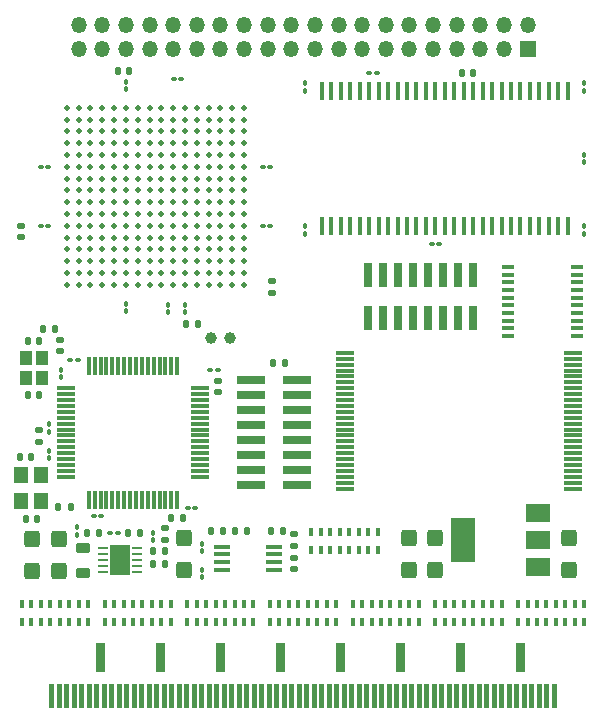
<source format=gbr>
%TF.GenerationSoftware,KiCad,Pcbnew,7.0.10*%
%TF.CreationDate,2024-03-26T21:26:04+03:00*%
%TF.ProjectId,com_1300,636f6d5f-3133-4303-902e-6b696361645f,rev?*%
%TF.SameCoordinates,Original*%
%TF.FileFunction,Soldermask,Top*%
%TF.FilePolarity,Negative*%
%FSLAX46Y46*%
G04 Gerber Fmt 4.6, Leading zero omitted, Abs format (unit mm)*
G04 Created by KiCad (PCBNEW 7.0.10) date 2024-03-26 21:26:04*
%MOMM*%
%LPD*%
G01*
G04 APERTURE LIST*
G04 Aperture macros list*
%AMRoundRect*
0 Rectangle with rounded corners*
0 $1 Rounding radius*
0 $2 $3 $4 $5 $6 $7 $8 $9 X,Y pos of 4 corners*
0 Add a 4 corners polygon primitive as box body*
4,1,4,$2,$3,$4,$5,$6,$7,$8,$9,$2,$3,0*
0 Add four circle primitives for the rounded corners*
1,1,$1+$1,$2,$3*
1,1,$1+$1,$4,$5*
1,1,$1+$1,$6,$7*
1,1,$1+$1,$8,$9*
0 Add four rect primitives between the rounded corners*
20,1,$1+$1,$2,$3,$4,$5,0*
20,1,$1+$1,$4,$5,$6,$7,0*
20,1,$1+$1,$6,$7,$8,$9,0*
20,1,$1+$1,$8,$9,$2,$3,0*%
G04 Aperture macros list end*
%ADD10RoundRect,0.100000X-0.100000X0.130000X-0.100000X-0.130000X0.100000X-0.130000X0.100000X0.130000X0*%
%ADD11RoundRect,0.100000X0.100000X-0.130000X0.100000X0.130000X-0.100000X0.130000X-0.100000X-0.130000X0*%
%ADD12RoundRect,0.100000X0.130000X0.100000X-0.130000X0.100000X-0.130000X-0.100000X0.130000X-0.100000X0*%
%ADD13R,0.458000X1.510000*%
%ADD14RoundRect,0.100000X-0.130000X-0.100000X0.130000X-0.100000X0.130000X0.100000X-0.130000X0.100000X0*%
%ADD15RoundRect,0.250000X-0.425000X0.450000X-0.425000X-0.450000X0.425000X-0.450000X0.425000X0.450000X0*%
%ADD16R,1.450000X0.450000*%
%ADD17R,0.400000X2.000000*%
%ADD18RoundRect,0.135000X0.135000X0.185000X-0.135000X0.185000X-0.135000X-0.185000X0.135000X-0.185000X0*%
%ADD19RoundRect,0.140000X-0.140000X-0.170000X0.140000X-0.170000X0.140000X0.170000X-0.140000X0.170000X0*%
%ADD20RoundRect,0.140000X0.170000X-0.140000X0.170000X0.140000X-0.170000X0.140000X-0.170000X-0.140000X0*%
%ADD21RoundRect,0.135000X-0.135000X-0.185000X0.135000X-0.185000X0.135000X0.185000X-0.135000X0.185000X0*%
%ADD22RoundRect,0.250000X0.425000X-0.450000X0.425000X0.450000X-0.425000X0.450000X-0.425000X-0.450000X0*%
%ADD23R,0.430000X0.760000*%
%ADD24R,1.000000X0.400000*%
%ADD25RoundRect,0.140000X-0.170000X0.140000X-0.170000X-0.140000X0.170000X-0.140000X0.170000X0.140000X0*%
%ADD26R,2.000000X1.500000*%
%ADD27R,2.000000X3.800000*%
%ADD28RoundRect,0.135000X-0.185000X0.135000X-0.185000X-0.135000X0.185000X-0.135000X0.185000X0.135000X0*%
%ADD29RoundRect,0.140000X0.140000X0.170000X-0.140000X0.170000X-0.140000X-0.170000X0.140000X-0.170000X0*%
%ADD30C,1.000000*%
%ADD31RoundRect,0.062500X-0.350000X-0.062500X0.350000X-0.062500X0.350000X0.062500X-0.350000X0.062500X0*%
%ADD32R,1.700000X2.500000*%
%ADD33R,1.350000X1.350000*%
%ADD34O,1.350000X1.350000*%
%ADD35R,2.400000X0.740000*%
%ADD36R,0.750000X2.100000*%
%ADD37RoundRect,0.075000X-0.712500X-0.075000X0.712500X-0.075000X0.712500X0.075000X-0.712500X0.075000X0*%
%ADD38C,0.500000*%
%ADD39RoundRect,0.075000X-0.700000X-0.075000X0.700000X-0.075000X0.700000X0.075000X-0.700000X0.075000X0*%
%ADD40RoundRect,0.075000X-0.075000X-0.700000X0.075000X-0.700000X0.075000X0.700000X-0.075000X0.700000X0*%
%ADD41R,1.200000X1.400000*%
%ADD42RoundRect,0.135000X0.185000X-0.135000X0.185000X0.135000X-0.185000X0.135000X-0.185000X-0.135000X0*%
%ADD43RoundRect,0.218750X0.381250X-0.218750X0.381250X0.218750X-0.381250X0.218750X-0.381250X-0.218750X0*%
%ADD44R,1.000000X1.150000*%
G04 APERTURE END LIST*
%TO.C,J2*%
G36*
X22737500Y-80800000D02*
G01*
X22337500Y-80800000D01*
X22337500Y-78800000D01*
X22737500Y-78800000D01*
X22737500Y-80800000D01*
G37*
G36*
X38612500Y-80800000D02*
G01*
X38212500Y-80800000D01*
X38212500Y-78800000D01*
X38612500Y-78800000D01*
X38612500Y-80800000D01*
G37*
G36*
X46867500Y-80800000D02*
G01*
X46467500Y-80800000D01*
X46467500Y-78800000D01*
X46867500Y-78800000D01*
X46867500Y-80800000D01*
G37*
G36*
X60837500Y-80800000D02*
G01*
X60437500Y-80800000D01*
X60437500Y-78800000D01*
X60837500Y-78800000D01*
X60837500Y-80800000D01*
G37*
G36*
X55757500Y-80800000D02*
G01*
X55357500Y-80800000D01*
X55357500Y-78800000D01*
X55757500Y-78800000D01*
X55757500Y-80800000D01*
G37*
G36*
X57027500Y-80800000D02*
G01*
X56627500Y-80800000D01*
X56627500Y-78800000D01*
X57027500Y-78800000D01*
X57027500Y-80800000D01*
G37*
G36*
X37342500Y-80800000D02*
G01*
X36942500Y-80800000D01*
X36942500Y-78800000D01*
X37342500Y-78800000D01*
X37342500Y-80800000D01*
G37*
G36*
X23255000Y-77800000D02*
G01*
X22455000Y-77800000D01*
X22455000Y-75300000D01*
X23255000Y-75300000D01*
X23255000Y-77800000D01*
G37*
G36*
X26547500Y-80800000D02*
G01*
X26147500Y-80800000D01*
X26147500Y-78800000D01*
X26547500Y-78800000D01*
X26547500Y-80800000D01*
G37*
G36*
X29722500Y-80800000D02*
G01*
X29322500Y-80800000D01*
X29322500Y-78800000D01*
X29722500Y-78800000D01*
X29722500Y-80800000D01*
G37*
G36*
X32897500Y-80800000D02*
G01*
X32497500Y-80800000D01*
X32497500Y-78800000D01*
X32897500Y-78800000D01*
X32897500Y-80800000D01*
G37*
G36*
X47502500Y-80800000D02*
G01*
X47102500Y-80800000D01*
X47102500Y-78800000D01*
X47502500Y-78800000D01*
X47502500Y-80800000D01*
G37*
G36*
X20832500Y-80800000D02*
G01*
X20432500Y-80800000D01*
X20432500Y-78800000D01*
X20832500Y-78800000D01*
X20832500Y-80800000D01*
G37*
G36*
X19562500Y-80800000D02*
G01*
X19162500Y-80800000D01*
X19162500Y-78800000D01*
X19562500Y-78800000D01*
X19562500Y-80800000D01*
G37*
G36*
X46232500Y-80800000D02*
G01*
X45832500Y-80800000D01*
X45832500Y-78800000D01*
X46232500Y-78800000D01*
X46232500Y-80800000D01*
G37*
G36*
X38495000Y-77800000D02*
G01*
X37695000Y-77800000D01*
X37695000Y-75300000D01*
X38495000Y-75300000D01*
X38495000Y-77800000D01*
G37*
G36*
X39247500Y-80800000D02*
G01*
X38847500Y-80800000D01*
X38847500Y-78800000D01*
X39247500Y-78800000D01*
X39247500Y-80800000D01*
G37*
G36*
X33532500Y-80800000D02*
G01*
X33132500Y-80800000D01*
X33132500Y-78800000D01*
X33532500Y-78800000D01*
X33532500Y-80800000D01*
G37*
G36*
X58297500Y-80800000D02*
G01*
X57897500Y-80800000D01*
X57897500Y-78800000D01*
X58297500Y-78800000D01*
X58297500Y-80800000D01*
G37*
G36*
X53217500Y-80800000D02*
G01*
X52817500Y-80800000D01*
X52817500Y-78800000D01*
X53217500Y-78800000D01*
X53217500Y-80800000D01*
G37*
G36*
X22102500Y-80800000D02*
G01*
X21702500Y-80800000D01*
X21702500Y-78800000D01*
X22102500Y-78800000D01*
X22102500Y-80800000D01*
G37*
G36*
X60202500Y-80800000D02*
G01*
X59802500Y-80800000D01*
X59802500Y-78800000D01*
X60202500Y-78800000D01*
X60202500Y-80800000D01*
G37*
G36*
X34167500Y-80800000D02*
G01*
X33767500Y-80800000D01*
X33767500Y-78800000D01*
X34167500Y-78800000D01*
X34167500Y-80800000D01*
G37*
G36*
X48137500Y-80800000D02*
G01*
X47737500Y-80800000D01*
X47737500Y-78800000D01*
X48137500Y-78800000D01*
X48137500Y-80800000D01*
G37*
G36*
X35437500Y-80800000D02*
G01*
X35037500Y-80800000D01*
X35037500Y-78800000D01*
X35437500Y-78800000D01*
X35437500Y-80800000D01*
G37*
G36*
X30357500Y-80800000D02*
G01*
X29957500Y-80800000D01*
X29957500Y-78800000D01*
X30357500Y-78800000D01*
X30357500Y-80800000D01*
G37*
G36*
X51312500Y-80800000D02*
G01*
X50912500Y-80800000D01*
X50912500Y-78800000D01*
X51312500Y-78800000D01*
X51312500Y-80800000D01*
G37*
G36*
X23372500Y-80800000D02*
G01*
X22972500Y-80800000D01*
X22972500Y-78800000D01*
X23372500Y-78800000D01*
X23372500Y-80800000D01*
G37*
G36*
X51947500Y-80800000D02*
G01*
X51547500Y-80800000D01*
X51547500Y-78800000D01*
X51947500Y-78800000D01*
X51947500Y-80800000D01*
G37*
G36*
X43575000Y-77800000D02*
G01*
X42775000Y-77800000D01*
X42775000Y-75300000D01*
X43575000Y-75300000D01*
X43575000Y-77800000D01*
G37*
G36*
X31627500Y-80800000D02*
G01*
X31227500Y-80800000D01*
X31227500Y-78800000D01*
X31627500Y-78800000D01*
X31627500Y-80800000D01*
G37*
G36*
X41787500Y-80800000D02*
G01*
X41387500Y-80800000D01*
X41387500Y-78800000D01*
X41787500Y-78800000D01*
X41787500Y-80800000D01*
G37*
G36*
X58815000Y-77800000D02*
G01*
X58015000Y-77800000D01*
X58015000Y-75300000D01*
X58815000Y-75300000D01*
X58815000Y-77800000D01*
G37*
G36*
X33415000Y-77800000D02*
G01*
X32615000Y-77800000D01*
X32615000Y-75300000D01*
X33415000Y-75300000D01*
X33415000Y-77800000D01*
G37*
G36*
X61472500Y-80800000D02*
G01*
X61072500Y-80800000D01*
X61072500Y-78800000D01*
X61472500Y-78800000D01*
X61472500Y-80800000D01*
G37*
G36*
X50677500Y-80800000D02*
G01*
X50277500Y-80800000D01*
X50277500Y-78800000D01*
X50677500Y-78800000D01*
X50677500Y-80800000D01*
G37*
G36*
X25912500Y-80800000D02*
G01*
X25512500Y-80800000D01*
X25512500Y-78800000D01*
X25912500Y-78800000D01*
X25912500Y-80800000D01*
G37*
G36*
X24007500Y-80800000D02*
G01*
X23607500Y-80800000D01*
X23607500Y-78800000D01*
X24007500Y-78800000D01*
X24007500Y-80800000D01*
G37*
G36*
X52582500Y-80800000D02*
G01*
X52182500Y-80800000D01*
X52182500Y-78800000D01*
X52582500Y-78800000D01*
X52582500Y-80800000D01*
G37*
G36*
X29087500Y-80800000D02*
G01*
X28687500Y-80800000D01*
X28687500Y-78800000D01*
X29087500Y-78800000D01*
X29087500Y-80800000D01*
G37*
G36*
X44962500Y-80800000D02*
G01*
X44562500Y-80800000D01*
X44562500Y-78800000D01*
X44962500Y-78800000D01*
X44962500Y-80800000D01*
G37*
G36*
X24642500Y-80800000D02*
G01*
X24242500Y-80800000D01*
X24242500Y-78800000D01*
X24642500Y-78800000D01*
X24642500Y-80800000D01*
G37*
G36*
X21467500Y-80800000D02*
G01*
X21067500Y-80800000D01*
X21067500Y-78800000D01*
X21467500Y-78800000D01*
X21467500Y-80800000D01*
G37*
G36*
X27817500Y-80800000D02*
G01*
X27417500Y-80800000D01*
X27417500Y-78800000D01*
X27817500Y-78800000D01*
X27817500Y-80800000D01*
G37*
G36*
X39882500Y-80800000D02*
G01*
X39482500Y-80800000D01*
X39482500Y-78800000D01*
X39882500Y-78800000D01*
X39882500Y-80800000D01*
G37*
G36*
X25277500Y-80800000D02*
G01*
X24877500Y-80800000D01*
X24877500Y-78800000D01*
X25277500Y-78800000D01*
X25277500Y-80800000D01*
G37*
G36*
X45597500Y-80800000D02*
G01*
X45197500Y-80800000D01*
X45197500Y-78800000D01*
X45597500Y-78800000D01*
X45597500Y-80800000D01*
G37*
G36*
X36707500Y-80800000D02*
G01*
X36307500Y-80800000D01*
X36307500Y-78800000D01*
X36707500Y-78800000D01*
X36707500Y-80800000D01*
G37*
G36*
X42422500Y-80800000D02*
G01*
X42022500Y-80800000D01*
X42022500Y-78800000D01*
X42422500Y-78800000D01*
X42422500Y-80800000D01*
G37*
G36*
X44327500Y-80800000D02*
G01*
X43927500Y-80800000D01*
X43927500Y-78800000D01*
X44327500Y-78800000D01*
X44327500Y-80800000D01*
G37*
G36*
X32262500Y-80800000D02*
G01*
X31862500Y-80800000D01*
X31862500Y-78800000D01*
X32262500Y-78800000D01*
X32262500Y-80800000D01*
G37*
G36*
X40517500Y-80800000D02*
G01*
X40117500Y-80800000D01*
X40117500Y-78800000D01*
X40517500Y-78800000D01*
X40517500Y-80800000D01*
G37*
G36*
X55122500Y-80800000D02*
G01*
X54722500Y-80800000D01*
X54722500Y-78800000D01*
X55122500Y-78800000D01*
X55122500Y-80800000D01*
G37*
G36*
X37977500Y-80800000D02*
G01*
X37577500Y-80800000D01*
X37577500Y-78800000D01*
X37977500Y-78800000D01*
X37977500Y-80800000D01*
G37*
G36*
X41152500Y-80800000D02*
G01*
X40752500Y-80800000D01*
X40752500Y-78800000D01*
X41152500Y-78800000D01*
X41152500Y-80800000D01*
G37*
G36*
X59567500Y-80800000D02*
G01*
X59167500Y-80800000D01*
X59167500Y-78800000D01*
X59567500Y-78800000D01*
X59567500Y-80800000D01*
G37*
G36*
X27182500Y-80800000D02*
G01*
X26782500Y-80800000D01*
X26782500Y-78800000D01*
X27182500Y-78800000D01*
X27182500Y-80800000D01*
G37*
G36*
X43057500Y-80800000D02*
G01*
X42657500Y-80800000D01*
X42657500Y-78800000D01*
X43057500Y-78800000D01*
X43057500Y-80800000D01*
G37*
G36*
X34802500Y-80800000D02*
G01*
X34402500Y-80800000D01*
X34402500Y-78800000D01*
X34802500Y-78800000D01*
X34802500Y-80800000D01*
G37*
G36*
X48655000Y-77800000D02*
G01*
X47855000Y-77800000D01*
X47855000Y-75300000D01*
X48655000Y-75300000D01*
X48655000Y-77800000D01*
G37*
G36*
X53735000Y-77800000D02*
G01*
X52935000Y-77800000D01*
X52935000Y-75300000D01*
X53735000Y-75300000D01*
X53735000Y-77800000D01*
G37*
G36*
X58932500Y-80800000D02*
G01*
X58532500Y-80800000D01*
X58532500Y-78800000D01*
X58932500Y-78800000D01*
X58932500Y-80800000D01*
G37*
G36*
X54487500Y-80800000D02*
G01*
X54087500Y-80800000D01*
X54087500Y-78800000D01*
X54487500Y-78800000D01*
X54487500Y-80800000D01*
G37*
G36*
X30992500Y-80800000D02*
G01*
X30592500Y-80800000D01*
X30592500Y-78800000D01*
X30992500Y-78800000D01*
X30992500Y-80800000D01*
G37*
G36*
X53852500Y-80800000D02*
G01*
X53452500Y-80800000D01*
X53452500Y-78800000D01*
X53852500Y-78800000D01*
X53852500Y-80800000D01*
G37*
G36*
X49407500Y-80800000D02*
G01*
X49007500Y-80800000D01*
X49007500Y-78800000D01*
X49407500Y-78800000D01*
X49407500Y-80800000D01*
G37*
G36*
X48772500Y-80800000D02*
G01*
X48372500Y-80800000D01*
X48372500Y-78800000D01*
X48772500Y-78800000D01*
X48772500Y-80800000D01*
G37*
G36*
X43692500Y-80800000D02*
G01*
X43292500Y-80800000D01*
X43292500Y-78800000D01*
X43692500Y-78800000D01*
X43692500Y-80800000D01*
G37*
G36*
X50042500Y-80800000D02*
G01*
X49642500Y-80800000D01*
X49642500Y-78800000D01*
X50042500Y-78800000D01*
X50042500Y-80800000D01*
G37*
G36*
X18927500Y-80800000D02*
G01*
X18527500Y-80800000D01*
X18527500Y-78800000D01*
X18927500Y-78800000D01*
X18927500Y-80800000D01*
G37*
G36*
X36072500Y-80800000D02*
G01*
X35672500Y-80800000D01*
X35672500Y-78800000D01*
X36072500Y-78800000D01*
X36072500Y-80800000D01*
G37*
G36*
X20197500Y-80800000D02*
G01*
X19797500Y-80800000D01*
X19797500Y-78800000D01*
X20197500Y-78800000D01*
X20197500Y-80800000D01*
G37*
G36*
X28452500Y-80800000D02*
G01*
X28052500Y-80800000D01*
X28052500Y-78800000D01*
X28452500Y-78800000D01*
X28452500Y-80800000D01*
G37*
G36*
X57662500Y-80800000D02*
G01*
X57262500Y-80800000D01*
X57262500Y-78800000D01*
X57662500Y-78800000D01*
X57662500Y-80800000D01*
G37*
G36*
X28335000Y-77800000D02*
G01*
X27535000Y-77800000D01*
X27535000Y-75300000D01*
X28335000Y-75300000D01*
X28335000Y-77800000D01*
G37*
G36*
X56392500Y-80800000D02*
G01*
X55992500Y-80800000D01*
X55992500Y-78800000D01*
X56392500Y-78800000D01*
X56392500Y-80800000D01*
G37*
%TD*%
D10*
%TO.C,R10*%
X28540000Y-46680000D03*
X28540000Y-47320000D03*
%TD*%
D11*
%TO.C,C29*%
X40200000Y-40680000D03*
X40200000Y-40040000D03*
%TD*%
D12*
%TO.C,C66*%
X29670000Y-27600000D03*
X29030000Y-27600000D03*
%TD*%
D11*
%TO.C,C6*%
X19500000Y-52820000D03*
X19500000Y-52180000D03*
%TD*%
D13*
%TO.C,U17*%
X41600000Y-40050000D03*
X42400000Y-40050000D03*
X43200000Y-40050000D03*
X44000000Y-40050000D03*
X44800000Y-40050000D03*
X45600000Y-40050000D03*
X46400000Y-40050000D03*
X47200000Y-40050000D03*
X48000000Y-40050000D03*
X48800000Y-40050000D03*
X49600000Y-40050000D03*
X50400000Y-40050000D03*
X51200000Y-40050000D03*
X52000000Y-40050000D03*
X52800000Y-40050000D03*
X53600000Y-40050000D03*
X54400000Y-40050000D03*
X55200000Y-40050000D03*
X56000000Y-40050000D03*
X56800000Y-40050000D03*
X57600000Y-40050000D03*
X58400000Y-40050000D03*
X59200000Y-40050000D03*
X60000000Y-40050000D03*
X60800000Y-40050000D03*
X61600000Y-40050000D03*
X62400000Y-40050000D03*
X62400000Y-28550000D03*
X61600000Y-28550000D03*
X60800000Y-28550000D03*
X60000000Y-28550000D03*
X59200000Y-28550000D03*
X58400000Y-28550000D03*
X57600000Y-28550000D03*
X56800000Y-28550000D03*
X56000000Y-28550000D03*
X55200000Y-28550000D03*
X54400000Y-28550000D03*
X53600000Y-28550000D03*
X52800000Y-28550000D03*
X52000000Y-28550000D03*
X51200000Y-28550000D03*
X50400000Y-28550000D03*
X49600000Y-28550000D03*
X48800000Y-28550000D03*
X48000000Y-28550000D03*
X47200000Y-28550000D03*
X46400000Y-28550000D03*
X45600000Y-28550000D03*
X44800000Y-28550000D03*
X44000000Y-28550000D03*
X43200000Y-28550000D03*
X42400000Y-28550000D03*
X41600000Y-28550000D03*
%TD*%
D14*
%TO.C,C32*%
X45610000Y-27100000D03*
X46250000Y-27100000D03*
%TD*%
D15*
%TO.C,C17*%
X19300000Y-66550000D03*
X19300000Y-69250000D03*
%TD*%
D16*
%TO.C,U6*%
X37500000Y-69125000D03*
X37500000Y-68475000D03*
X37500000Y-67825000D03*
X37500000Y-67175000D03*
X33100000Y-67175000D03*
X33100000Y-67825000D03*
X33100000Y-68475000D03*
X33100000Y-69125000D03*
%TD*%
D17*
%TO.C,J2*%
X61272500Y-79800000D03*
X60002500Y-79800000D03*
X58732500Y-79800000D03*
X57462500Y-79800000D03*
X56192500Y-79800000D03*
X54922500Y-79800000D03*
X53652500Y-79800000D03*
X52382500Y-79800000D03*
X51112500Y-79800000D03*
X49842500Y-79800000D03*
X48572500Y-79800000D03*
X47302500Y-79800000D03*
X46032500Y-79800000D03*
X44762500Y-79800000D03*
X43492500Y-79800000D03*
X42222500Y-79800000D03*
X40952500Y-79800000D03*
X39682500Y-79800000D03*
X38412500Y-79800000D03*
X37142500Y-79800000D03*
X35872500Y-79800000D03*
X34602500Y-79800000D03*
X33332500Y-79800000D03*
X32062500Y-79800000D03*
X30792500Y-79800000D03*
X29522500Y-79800000D03*
X28252500Y-79800000D03*
X26982500Y-79800000D03*
X25712500Y-79800000D03*
X24442500Y-79800000D03*
X23172500Y-79800000D03*
X21902500Y-79800000D03*
X20632500Y-79800000D03*
X19362500Y-79800000D03*
X60637500Y-79800000D03*
X59367500Y-79800000D03*
X58097500Y-79800000D03*
X56827500Y-79800000D03*
X55557500Y-79800000D03*
X54287500Y-79800000D03*
X53017500Y-79800000D03*
X51747500Y-79800000D03*
X50477500Y-79800000D03*
X49207500Y-79800000D03*
X47937500Y-79800000D03*
X46667500Y-79800000D03*
X45397500Y-79800000D03*
X44127500Y-79800000D03*
X42857500Y-79800000D03*
X41587500Y-79800000D03*
X40317500Y-79800000D03*
X39047500Y-79800000D03*
X37777500Y-79800000D03*
X36507500Y-79800000D03*
X35237500Y-79800000D03*
X33967500Y-79800000D03*
X32697500Y-79800000D03*
X31427500Y-79800000D03*
X30157500Y-79800000D03*
X28887500Y-79800000D03*
X27617500Y-79800000D03*
X26347500Y-79800000D03*
X25077500Y-79800000D03*
X23807500Y-79800000D03*
X22537500Y-79800000D03*
X21267500Y-79800000D03*
X19997500Y-79800000D03*
X18727500Y-79800000D03*
%TD*%
D18*
%TO.C,R9*%
X38510000Y-51600000D03*
X37490000Y-51600000D03*
%TD*%
D19*
%TO.C,C82*%
X28850000Y-64700000D03*
X29810000Y-64700000D03*
%TD*%
D14*
%TO.C,C25*%
X23660000Y-66000000D03*
X24300000Y-66000000D03*
%TD*%
D20*
%TO.C,C76*%
X32800000Y-54100000D03*
X32800000Y-53140000D03*
%TD*%
D15*
%TO.C,C1*%
X51180000Y-66410000D03*
X51180000Y-69110000D03*
%TD*%
D21*
%TO.C,R7*%
X32230000Y-65825000D03*
X33250000Y-65825000D03*
%TD*%
D22*
%TO.C,C4*%
X62510000Y-69110000D03*
X62510000Y-66410000D03*
%TD*%
D11*
%TO.C,C71*%
X25000000Y-28420000D03*
X25000000Y-27780000D03*
%TD*%
D12*
%TO.C,C81*%
X30870000Y-63850000D03*
X30230000Y-63850000D03*
%TD*%
D10*
%TO.C,C19*%
X27290000Y-65980000D03*
X27290000Y-66620000D03*
%TD*%
D23*
%TO.C,RN2*%
X28800000Y-72040000D03*
X28000000Y-72040000D03*
X27200000Y-72040000D03*
X26400000Y-72040000D03*
X25600000Y-72040000D03*
X24800000Y-72040000D03*
X24000000Y-72040000D03*
X23200000Y-72040000D03*
X23200000Y-73560000D03*
X24000000Y-73560000D03*
X24800000Y-73560000D03*
X25600000Y-73560000D03*
X26400000Y-73560000D03*
X27200000Y-73560000D03*
X28000000Y-73560000D03*
X28800000Y-73560000D03*
%TD*%
D10*
%TO.C,C53*%
X25000000Y-46580000D03*
X25000000Y-47220000D03*
%TD*%
D24*
%TO.C,U4*%
X63180000Y-49325000D03*
X63180000Y-48675000D03*
X63180000Y-48025000D03*
X63180000Y-47375000D03*
X63180000Y-46725000D03*
X63180000Y-46075000D03*
X63180000Y-45425000D03*
X63180000Y-44775000D03*
X63180000Y-44125000D03*
X63180000Y-43475000D03*
X57380000Y-43475000D03*
X57380000Y-44125000D03*
X57380000Y-44775000D03*
X57380000Y-45425000D03*
X57380000Y-46075000D03*
X57380000Y-46725000D03*
X57380000Y-47375000D03*
X57380000Y-48025000D03*
X57380000Y-48675000D03*
X57380000Y-49325000D03*
%TD*%
D14*
%TO.C,C79*%
X32130000Y-52200000D03*
X32770000Y-52200000D03*
%TD*%
D12*
%TO.C,C77*%
X22920000Y-64600000D03*
X22280000Y-64600000D03*
%TD*%
D25*
%TO.C,C13*%
X16100000Y-40020000D03*
X16100000Y-40980000D03*
%TD*%
D10*
%TO.C,C7*%
X18500000Y-56780000D03*
X18500000Y-57420000D03*
%TD*%
D25*
%TO.C,C14*%
X28310000Y-65610000D03*
X28310000Y-66570000D03*
%TD*%
D26*
%TO.C,U1*%
X59860000Y-68910000D03*
X59860000Y-66610000D03*
D27*
X53560000Y-66610000D03*
D26*
X59860000Y-64310000D03*
%TD*%
D28*
%TO.C,R21*%
X37400000Y-44690000D03*
X37400000Y-45710000D03*
%TD*%
D10*
%TO.C,C18*%
X31470000Y-66905000D03*
X31470000Y-67545000D03*
%TD*%
D29*
%TO.C,C34*%
X54400000Y-27020000D03*
X53440000Y-27020000D03*
%TD*%
D30*
%TO.C,TP1*%
X33800000Y-49500000D03*
%TD*%
D23*
%TO.C,RN3*%
X35800000Y-72040000D03*
X35000000Y-72040000D03*
X34200000Y-72040000D03*
X33400000Y-72040000D03*
X32600000Y-72040000D03*
X31800000Y-72040000D03*
X31000000Y-72040000D03*
X30200000Y-72040000D03*
X30200000Y-73560000D03*
X31000000Y-73560000D03*
X31800000Y-73560000D03*
X32600000Y-73560000D03*
X33400000Y-73560000D03*
X34200000Y-73560000D03*
X35000000Y-73560000D03*
X35800000Y-73560000D03*
%TD*%
D21*
%TO.C,R14*%
X30070000Y-48300000D03*
X31090000Y-48300000D03*
%TD*%
D31*
%TO.C,U7*%
X23037500Y-67310000D03*
X23037500Y-67810000D03*
X23037500Y-68310000D03*
X23037500Y-68810000D03*
X23037500Y-69310000D03*
X25962500Y-69310000D03*
X25962500Y-68810000D03*
X25962500Y-68310000D03*
X25962500Y-67810000D03*
X25962500Y-67310000D03*
D32*
X24500000Y-68310000D03*
%TD*%
D28*
%TO.C,R6*%
X17600000Y-57280000D03*
X17600000Y-58300000D03*
%TD*%
D18*
%TO.C,R2*%
X22760000Y-66000000D03*
X21740000Y-66000000D03*
%TD*%
D33*
%TO.C,J1*%
X59000000Y-25000000D03*
D34*
X59000000Y-23000000D03*
X57000000Y-25000000D03*
X57000000Y-23000000D03*
X55000000Y-25000000D03*
X55000000Y-23000000D03*
X53000000Y-25000000D03*
X53000000Y-23000000D03*
X51000000Y-25000000D03*
X51000000Y-23000000D03*
X49000000Y-25000000D03*
X49000000Y-23000000D03*
X47000000Y-25000000D03*
X47000000Y-23000000D03*
X45000000Y-25000000D03*
X45000000Y-23000000D03*
X43000000Y-25000000D03*
X43000000Y-23000000D03*
X41000000Y-25000000D03*
X41000000Y-23000000D03*
X39000000Y-25000000D03*
X39000000Y-23000000D03*
X37000000Y-25000000D03*
X37000000Y-23000000D03*
X35000000Y-25000000D03*
X35000000Y-23000000D03*
X33000000Y-25000000D03*
X33000000Y-23000000D03*
X31000000Y-25000000D03*
X31000000Y-23000000D03*
X29000000Y-25000000D03*
X29000000Y-23000000D03*
X27000000Y-25000000D03*
X27000000Y-23000000D03*
X25000000Y-25000000D03*
X25000000Y-23000000D03*
X23000000Y-25000000D03*
X23000000Y-23000000D03*
X21000000Y-25000000D03*
X21000000Y-23000000D03*
%TD*%
D23*
%TO.C,RN5*%
X49800000Y-72040000D03*
X49000000Y-72040000D03*
X48200000Y-72040000D03*
X47400000Y-72040000D03*
X46600000Y-72040000D03*
X45800000Y-72040000D03*
X45000000Y-72040000D03*
X44200000Y-72040000D03*
X44200000Y-73560000D03*
X45000000Y-73560000D03*
X45800000Y-73560000D03*
X46600000Y-73560000D03*
X47400000Y-73560000D03*
X48200000Y-73560000D03*
X49000000Y-73560000D03*
X49800000Y-73560000D03*
%TD*%
D11*
%TO.C,C78*%
X18500000Y-59670000D03*
X18500000Y-59030000D03*
%TD*%
D19*
%TO.C,C10*%
X37320000Y-65875000D03*
X38280000Y-65875000D03*
%TD*%
D23*
%TO.C,RN7*%
X63800000Y-72040000D03*
X63000000Y-72040000D03*
X62200000Y-72040000D03*
X61400000Y-72040000D03*
X60600000Y-72040000D03*
X59800000Y-72040000D03*
X59000000Y-72040000D03*
X58200000Y-72040000D03*
X58200000Y-73560000D03*
X59000000Y-73560000D03*
X59800000Y-73560000D03*
X60600000Y-73560000D03*
X61400000Y-73560000D03*
X62200000Y-73560000D03*
X63000000Y-73560000D03*
X63800000Y-73560000D03*
%TD*%
D10*
%TO.C,C20*%
X20850000Y-65540000D03*
X20850000Y-66180000D03*
%TD*%
D23*
%TO.C,RN8*%
X46300000Y-65940000D03*
X45500000Y-65940000D03*
X44700000Y-65940000D03*
X43900000Y-65940000D03*
X43100000Y-65940000D03*
X42300000Y-65940000D03*
X41500000Y-65940000D03*
X40700000Y-65940000D03*
X40700000Y-67460000D03*
X41500000Y-67460000D03*
X42300000Y-67460000D03*
X43100000Y-67460000D03*
X43900000Y-67460000D03*
X44700000Y-67460000D03*
X45500000Y-67460000D03*
X46300000Y-67460000D03*
%TD*%
D12*
%TO.C,C28*%
X51520000Y-41500000D03*
X50880000Y-41500000D03*
%TD*%
D22*
%TO.C,C16*%
X29950000Y-69110000D03*
X29950000Y-66410000D03*
%TD*%
D35*
%TO.C,J4*%
X39450000Y-61945000D03*
X35550000Y-61945000D03*
X39450000Y-60675000D03*
X35550000Y-60675000D03*
X39450000Y-59405000D03*
X35550000Y-59405000D03*
X39450000Y-58135000D03*
X35550000Y-58135000D03*
X39450000Y-56865000D03*
X35550000Y-56865000D03*
X39450000Y-55595000D03*
X35550000Y-55595000D03*
X39450000Y-54325000D03*
X35550000Y-54325000D03*
X39450000Y-53055000D03*
X35550000Y-53055000D03*
%TD*%
D11*
%TO.C,C33*%
X63800000Y-40680000D03*
X63800000Y-40040000D03*
%TD*%
%TO.C,C23*%
X31410000Y-69750000D03*
X31410000Y-69110000D03*
%TD*%
D10*
%TO.C,C30*%
X63800000Y-33980000D03*
X63800000Y-34620000D03*
%TD*%
D12*
%TO.C,C54*%
X18420000Y-40000000D03*
X17780000Y-40000000D03*
%TD*%
D19*
%TO.C,C83*%
X16720000Y-49730000D03*
X17680000Y-49730000D03*
%TD*%
D14*
%TO.C,C65*%
X36580000Y-35000000D03*
X37220000Y-35000000D03*
%TD*%
D36*
%TO.C,J3*%
X45455000Y-44200000D03*
X45455000Y-47800000D03*
X46725000Y-44200000D03*
X46725000Y-47800000D03*
X47995000Y-44200000D03*
X47995000Y-47800000D03*
X49265000Y-44200000D03*
X49265000Y-47800000D03*
X50535000Y-44200000D03*
X50535000Y-47800000D03*
X51805000Y-44200000D03*
X51805000Y-47800000D03*
X53075000Y-44200000D03*
X53075000Y-47800000D03*
X54345000Y-44200000D03*
X54345000Y-47800000D03*
%TD*%
D25*
%TO.C,C26*%
X19400000Y-49670000D03*
X19400000Y-50630000D03*
%TD*%
D18*
%TO.C,R8*%
X28310000Y-67550000D03*
X27290000Y-67550000D03*
%TD*%
D23*
%TO.C,RN1*%
X21800000Y-72040000D03*
X21000000Y-72040000D03*
X20200000Y-72040000D03*
X19400000Y-72040000D03*
X18600000Y-72040000D03*
X17800000Y-72040000D03*
X17000000Y-72040000D03*
X16200000Y-72040000D03*
X16200000Y-73560000D03*
X17000000Y-73560000D03*
X17800000Y-73560000D03*
X18600000Y-73560000D03*
X19400000Y-73560000D03*
X20200000Y-73560000D03*
X21000000Y-73560000D03*
X21800000Y-73560000D03*
%TD*%
D29*
%TO.C,C5*%
X17480000Y-64800000D03*
X16520000Y-64800000D03*
%TD*%
D23*
%TO.C,RN4*%
X42800000Y-72040000D03*
X42000000Y-72040000D03*
X41200000Y-72040000D03*
X40400000Y-72040000D03*
X39600000Y-72040000D03*
X38800000Y-72040000D03*
X38000000Y-72040000D03*
X37200000Y-72040000D03*
X37200000Y-73560000D03*
X38000000Y-73560000D03*
X38800000Y-73560000D03*
X39600000Y-73560000D03*
X40400000Y-73560000D03*
X41200000Y-73560000D03*
X42000000Y-73560000D03*
X42800000Y-73560000D03*
%TD*%
D37*
%TO.C,U3*%
X43512500Y-50750000D03*
X43512500Y-51250000D03*
X43512500Y-51750000D03*
X43512500Y-52250000D03*
X43512500Y-52750000D03*
X43512500Y-53250000D03*
X43512500Y-53750000D03*
X43512500Y-54250000D03*
X43512500Y-54750000D03*
X43512500Y-55250000D03*
X43512500Y-55750000D03*
X43512500Y-56250000D03*
X43512500Y-56750000D03*
X43512500Y-57250000D03*
X43512500Y-57750000D03*
X43512500Y-58250000D03*
X43512500Y-58750000D03*
X43512500Y-59250000D03*
X43512500Y-59750000D03*
X43512500Y-60250000D03*
X43512500Y-60750000D03*
X43512500Y-61250000D03*
X43512500Y-61750000D03*
X43512500Y-62250000D03*
X62887500Y-62250000D03*
X62887500Y-61750000D03*
X62887500Y-61250000D03*
X62887500Y-60750000D03*
X62887500Y-60250000D03*
X62887500Y-59750000D03*
X62887500Y-59250000D03*
X62887500Y-58750000D03*
X62887500Y-58250000D03*
X62887500Y-57750000D03*
X62887500Y-57250000D03*
X62887500Y-56750000D03*
X62887500Y-56250000D03*
X62887500Y-55750000D03*
X62887500Y-55250000D03*
X62887500Y-54750000D03*
X62887500Y-54250000D03*
X62887500Y-53750000D03*
X62887500Y-53250000D03*
X62887500Y-52750000D03*
X62887500Y-52250000D03*
X62887500Y-51750000D03*
X62887500Y-51250000D03*
X62887500Y-50750000D03*
%TD*%
D23*
%TO.C,RN6*%
X56800000Y-72040000D03*
X56000000Y-72040000D03*
X55200000Y-72040000D03*
X54400000Y-72040000D03*
X53600000Y-72040000D03*
X52800000Y-72040000D03*
X52000000Y-72040000D03*
X51200000Y-72040000D03*
X51200000Y-73560000D03*
X52000000Y-73560000D03*
X52800000Y-73560000D03*
X53600000Y-73560000D03*
X54400000Y-73560000D03*
X55200000Y-73560000D03*
X56000000Y-73560000D03*
X56800000Y-73560000D03*
%TD*%
D38*
%TO.C,U5*%
X20000000Y-30000000D03*
X21000000Y-30000000D03*
X22000000Y-30000000D03*
X23000000Y-30000000D03*
X24000000Y-30000000D03*
X25000000Y-30000000D03*
X26000000Y-30000000D03*
X27000000Y-30000000D03*
X28000000Y-30000000D03*
X29000000Y-30000000D03*
X30000000Y-30000000D03*
X31000000Y-30000000D03*
X32000000Y-30000000D03*
X33000000Y-30000000D03*
X34000000Y-30000000D03*
X35000000Y-30000000D03*
X20000000Y-31000000D03*
X21000000Y-31000000D03*
X22000000Y-31000000D03*
X23000000Y-31000000D03*
X24000000Y-31000000D03*
X25000000Y-31000000D03*
X26000000Y-31000000D03*
X27000000Y-31000000D03*
X28000000Y-31000000D03*
X29000000Y-31000000D03*
X30000000Y-31000000D03*
X31000000Y-31000000D03*
X32000000Y-31000000D03*
X33000000Y-31000000D03*
X34000000Y-31000000D03*
X35000000Y-31000000D03*
X20000000Y-32000000D03*
X21000000Y-32000000D03*
X22000000Y-32000000D03*
X23000000Y-32000000D03*
X24000000Y-32000000D03*
X25000000Y-32000000D03*
X26000000Y-32000000D03*
X27000000Y-32000000D03*
X28000000Y-32000000D03*
X29000000Y-32000000D03*
X30000000Y-32000000D03*
X31000000Y-32000000D03*
X32000000Y-32000000D03*
X33000000Y-32000000D03*
X34000000Y-32000000D03*
X35000000Y-32000000D03*
X20000000Y-33000000D03*
X21000000Y-33000000D03*
X22000000Y-33000000D03*
X23000000Y-33000000D03*
X24000000Y-33000000D03*
X25000000Y-33000000D03*
X26000000Y-33000000D03*
X27000000Y-33000000D03*
X28000000Y-33000000D03*
X29000000Y-33000000D03*
X30000000Y-33000000D03*
X31000000Y-33000000D03*
X32000000Y-33000000D03*
X33000000Y-33000000D03*
X34000000Y-33000000D03*
X35000000Y-33000000D03*
X20000000Y-34000000D03*
X21000000Y-34000000D03*
X22000000Y-34000000D03*
X23000000Y-34000000D03*
X24000000Y-34000000D03*
X25000000Y-34000000D03*
X26000000Y-34000000D03*
X27000000Y-34000000D03*
X28000000Y-34000000D03*
X29000000Y-34000000D03*
X30000000Y-34000000D03*
X31000000Y-34000000D03*
X32000000Y-34000000D03*
X33000000Y-34000000D03*
X34000000Y-34000000D03*
X35000000Y-34000000D03*
X20000000Y-35000000D03*
X21000000Y-35000000D03*
X22000000Y-35000000D03*
X23000000Y-35000000D03*
X24000000Y-35000000D03*
X25000000Y-35000000D03*
X26000000Y-35000000D03*
X27000000Y-35000000D03*
X28000000Y-35000000D03*
X29000000Y-35000000D03*
X30000000Y-35000000D03*
X31000000Y-35000000D03*
X32000000Y-35000000D03*
X33000000Y-35000000D03*
X34000000Y-35000000D03*
X35000000Y-35000000D03*
X20000000Y-36000000D03*
X21000000Y-36000000D03*
X22000000Y-36000000D03*
X23000000Y-36000000D03*
X24000000Y-36000000D03*
X25000000Y-36000000D03*
X26000000Y-36000000D03*
X27000000Y-36000000D03*
X28000000Y-36000000D03*
X29000000Y-36000000D03*
X30000000Y-36000000D03*
X31000000Y-36000000D03*
X32000000Y-36000000D03*
X33000000Y-36000000D03*
X34000000Y-36000000D03*
X35000000Y-36000000D03*
X20000000Y-37000000D03*
X21000000Y-37000000D03*
X22000000Y-37000000D03*
X23000000Y-37000000D03*
X24000000Y-37000000D03*
X25000000Y-37000000D03*
X26000000Y-37000000D03*
X27000000Y-37000000D03*
X28000000Y-37000000D03*
X29000000Y-37000000D03*
X30000000Y-37000000D03*
X31000000Y-37000000D03*
X32000000Y-37000000D03*
X33000000Y-37000000D03*
X34000000Y-37000000D03*
X35000000Y-37000000D03*
X20000000Y-38000000D03*
X21000000Y-38000000D03*
X22000000Y-38000000D03*
X23000000Y-38000000D03*
X24000000Y-38000000D03*
X25000000Y-38000000D03*
X26000000Y-38000000D03*
X27000000Y-38000000D03*
X28000000Y-38000000D03*
X29000000Y-38000000D03*
X30000000Y-38000000D03*
X31000000Y-38000000D03*
X32000000Y-38000000D03*
X33000000Y-38000000D03*
X34000000Y-38000000D03*
X35000000Y-38000000D03*
X20000000Y-39000000D03*
X21000000Y-39000000D03*
X22000000Y-39000000D03*
X23000000Y-39000000D03*
X24000000Y-39000000D03*
X25000000Y-39000000D03*
X26000000Y-39000000D03*
X27000000Y-39000000D03*
X28000000Y-39000000D03*
X29000000Y-39000000D03*
X30000000Y-39000000D03*
X31000000Y-39000000D03*
X32000000Y-39000000D03*
X33000000Y-39000000D03*
X34000000Y-39000000D03*
X35000000Y-39000000D03*
X20000000Y-40000000D03*
X21000000Y-40000000D03*
X22000000Y-40000000D03*
X23000000Y-40000000D03*
X24000000Y-40000000D03*
X25000000Y-40000000D03*
X26000000Y-40000000D03*
X27000000Y-40000000D03*
X28000000Y-40000000D03*
X29000000Y-40000000D03*
X30000000Y-40000000D03*
X31000000Y-40000000D03*
X32000000Y-40000000D03*
X33000000Y-40000000D03*
X34000000Y-40000000D03*
X35000000Y-40000000D03*
X20000000Y-41000000D03*
X21000000Y-41000000D03*
X22000000Y-41000000D03*
X23000000Y-41000000D03*
X24000000Y-41000000D03*
X25000000Y-41000000D03*
X26000000Y-41000000D03*
X27000000Y-41000000D03*
X28000000Y-41000000D03*
X29000000Y-41000000D03*
X30000000Y-41000000D03*
X31000000Y-41000000D03*
X32000000Y-41000000D03*
X33000000Y-41000000D03*
X34000000Y-41000000D03*
X35000000Y-41000000D03*
X20000000Y-42000000D03*
X21000000Y-42000000D03*
X22000000Y-42000000D03*
X23000000Y-42000000D03*
X24000000Y-42000000D03*
X25000000Y-42000000D03*
X26000000Y-42000000D03*
X27000000Y-42000000D03*
X28000000Y-42000000D03*
X29000000Y-42000000D03*
X30000000Y-42000000D03*
X31000000Y-42000000D03*
X32000000Y-42000000D03*
X33000000Y-42000000D03*
X34000000Y-42000000D03*
X35000000Y-42000000D03*
X20000000Y-43000000D03*
X21000000Y-43000000D03*
X22000000Y-43000000D03*
X23000000Y-43000000D03*
X24000000Y-43000000D03*
X25000000Y-43000000D03*
X26000000Y-43000000D03*
X27000000Y-43000000D03*
X28000000Y-43000000D03*
X29000000Y-43000000D03*
X30000000Y-43000000D03*
X31000000Y-43000000D03*
X32000000Y-43000000D03*
X33000000Y-43000000D03*
X34000000Y-43000000D03*
X35000000Y-43000000D03*
X20000000Y-44000000D03*
X21000000Y-44000000D03*
X22000000Y-44000000D03*
X23000000Y-44000000D03*
X24000000Y-44000000D03*
X25000000Y-44000000D03*
X26000000Y-44000000D03*
X27000000Y-44000000D03*
X28000000Y-44000000D03*
X29000000Y-44000000D03*
X30000000Y-44000000D03*
X31000000Y-44000000D03*
X32000000Y-44000000D03*
X33000000Y-44000000D03*
X34000000Y-44000000D03*
X35000000Y-44000000D03*
X20000000Y-45000000D03*
X21000000Y-45000000D03*
X22000000Y-45000000D03*
X23000000Y-45000000D03*
X24000000Y-45000000D03*
X25000000Y-45000000D03*
X26000000Y-45000000D03*
X27000000Y-45000000D03*
X28000000Y-45000000D03*
X29000000Y-45000000D03*
X30000000Y-45000000D03*
X31000000Y-45000000D03*
X32000000Y-45000000D03*
X33000000Y-45000000D03*
X34000000Y-45000000D03*
X35000000Y-45000000D03*
%TD*%
D12*
%TO.C,C73*%
X18420000Y-35000000D03*
X17780000Y-35000000D03*
%TD*%
D33*
%TO.C,J1*%
X59000000Y-25000000D03*
D34*
X59000000Y-23000000D03*
X57000000Y-25000000D03*
X57000000Y-23000000D03*
X55000000Y-25000000D03*
X55000000Y-23000000D03*
X53000000Y-25000000D03*
X53000000Y-23000000D03*
X51000000Y-25000000D03*
X51000000Y-23000000D03*
X49000000Y-25000000D03*
X49000000Y-23000000D03*
X47000000Y-25000000D03*
X47000000Y-23000000D03*
X45000000Y-25000000D03*
X45000000Y-23000000D03*
X43000000Y-25000000D03*
X43000000Y-23000000D03*
X41000000Y-25000000D03*
X41000000Y-23000000D03*
X39000000Y-25000000D03*
X39000000Y-23000000D03*
X37000000Y-25000000D03*
X37000000Y-23000000D03*
X35000000Y-25000000D03*
X35000000Y-23000000D03*
X33000000Y-25000000D03*
X33000000Y-23000000D03*
X31000000Y-25000000D03*
X31000000Y-23000000D03*
X29000000Y-25000000D03*
X29000000Y-23000000D03*
X27000000Y-25000000D03*
X27000000Y-23000000D03*
X25000000Y-25000000D03*
X25000000Y-23000000D03*
X23000000Y-25000000D03*
X23000000Y-23000000D03*
X21000000Y-25000000D03*
X21000000Y-23000000D03*
%TD*%
D11*
%TO.C,C31*%
X63800000Y-28560000D03*
X63800000Y-27920000D03*
%TD*%
D30*
%TO.C,TP2*%
X32200000Y-49500000D03*
%TD*%
D18*
%TO.C,R13*%
X28310000Y-68600000D03*
X27290000Y-68600000D03*
%TD*%
D11*
%TO.C,C38*%
X40200000Y-28560000D03*
X40200000Y-27920000D03*
%TD*%
D39*
%TO.C,U2*%
X19925000Y-53750000D03*
X19925000Y-54250000D03*
X19925000Y-54750000D03*
X19925000Y-55250000D03*
X19925000Y-55750000D03*
X19925000Y-56250000D03*
X19925000Y-56750000D03*
X19925000Y-57250000D03*
X19925000Y-57750000D03*
X19925000Y-58250000D03*
X19925000Y-58750000D03*
X19925000Y-59250000D03*
X19925000Y-59750000D03*
X19925000Y-60250000D03*
X19925000Y-60750000D03*
X19925000Y-61250000D03*
D40*
X21850000Y-63175000D03*
X22350000Y-63175000D03*
X22850000Y-63175000D03*
X23350000Y-63175000D03*
X23850000Y-63175000D03*
X24350000Y-63175000D03*
X24850000Y-63175000D03*
X25350000Y-63175000D03*
X25850000Y-63175000D03*
X26350000Y-63175000D03*
X26850000Y-63175000D03*
X27350000Y-63175000D03*
X27850000Y-63175000D03*
X28350000Y-63175000D03*
X28850000Y-63175000D03*
X29350000Y-63175000D03*
D39*
X31275000Y-61250000D03*
X31275000Y-60750000D03*
X31275000Y-60250000D03*
X31275000Y-59750000D03*
X31275000Y-59250000D03*
X31275000Y-58750000D03*
X31275000Y-58250000D03*
X31275000Y-57750000D03*
X31275000Y-57250000D03*
X31275000Y-56750000D03*
X31275000Y-56250000D03*
X31275000Y-55750000D03*
X31275000Y-55250000D03*
X31275000Y-54750000D03*
X31275000Y-54250000D03*
X31275000Y-53750000D03*
D40*
X29350000Y-51825000D03*
X28850000Y-51825000D03*
X28350000Y-51825000D03*
X27850000Y-51825000D03*
X27350000Y-51825000D03*
X26850000Y-51825000D03*
X26350000Y-51825000D03*
X25850000Y-51825000D03*
X25350000Y-51825000D03*
X24850000Y-51825000D03*
X24350000Y-51825000D03*
X23850000Y-51825000D03*
X23350000Y-51825000D03*
X22850000Y-51825000D03*
X22350000Y-51825000D03*
X21850000Y-51825000D03*
%TD*%
D10*
%TO.C,C61*%
X30000000Y-46680000D03*
X30000000Y-47320000D03*
%TD*%
D41*
%TO.C,Y1*%
X16150000Y-61100000D03*
X16150000Y-63300000D03*
X17850000Y-63300000D03*
X17850000Y-61100000D03*
%TD*%
D15*
%TO.C,C2*%
X49000000Y-66410000D03*
X49000000Y-69110000D03*
%TD*%
D18*
%TO.C,R1*%
X20310000Y-63830000D03*
X19290000Y-63830000D03*
%TD*%
D42*
%TO.C,R23*%
X39250000Y-67135000D03*
X39250000Y-66115000D03*
%TD*%
D29*
%TO.C,C9*%
X25280000Y-26890000D03*
X24320000Y-26890000D03*
%TD*%
D12*
%TO.C,C80*%
X20920000Y-51400000D03*
X20280000Y-51400000D03*
%TD*%
D43*
%TO.C,L1*%
X21350000Y-69372500D03*
X21350000Y-67247500D03*
%TD*%
D18*
%TO.C,R4*%
X19010000Y-48700000D03*
X17990000Y-48700000D03*
%TD*%
D21*
%TO.C,R5*%
X34230000Y-65825000D03*
X35250000Y-65825000D03*
%TD*%
D19*
%TO.C,C3*%
X16020000Y-59600000D03*
X16980000Y-59600000D03*
%TD*%
D18*
%TO.C,R12*%
X26200000Y-66000000D03*
X25180000Y-66000000D03*
%TD*%
D14*
%TO.C,C62*%
X36580000Y-40000000D03*
X37220000Y-40000000D03*
%TD*%
D44*
%TO.C,Y2*%
X17900000Y-52905000D03*
X17900000Y-51155000D03*
X16500000Y-51155000D03*
X16500000Y-52905000D03*
%TD*%
D15*
%TO.C,C15*%
X17050000Y-66550000D03*
X17050000Y-69250000D03*
%TD*%
D25*
%TO.C,C22*%
X39240000Y-68111000D03*
X39240000Y-69071000D03*
%TD*%
D29*
%TO.C,C21*%
X17680000Y-54330000D03*
X16720000Y-54330000D03*
%TD*%
M02*

</source>
